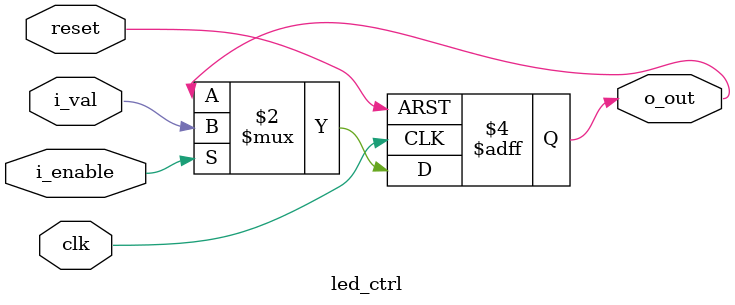
<source format=sv>
module part2 
(
    // Clock pins
    input                     clk,
    input                     reset,
    input                     enter,
    input               [7:0] guess,
    output              [7:0] actual,
	 output					[3:0] dp_tries,
    output                    dp_over,
    output                    dp_under,
    output                    dp_equal
);

	logic over;
	logic under;
	logic equal;
	logic done;
	logic enable;

	// Datapath
	logic dp_inc_actual;
	datapath the_datapath
	(
		.clk(clk),
		.reset(reset),
		.i_guess(guess),
		.i_inc_actual(dp_inc_actual),
		.i_decr_enable(enable),
		.o_over(over),
		.o_under(under),
		.o_equal(equal),
		.o_done(done),
        .actual(actual),
		  .attempts(dp_tries)
	);
	
	// State Machine
	logic ctrl_update_leds;
	control the_control
	(
		.clk(clk),
		.reset(reset),
		.i_enter(enter),
		.o_inc_actual(dp_inc_actual),
		.o_decr_enable(enable),
		.i_over(over),
		.i_under(under),
		.i_equal(equal),
		.i_done(done),
		.o_update_leds(ctrl_update_leds)
	);
	
	// LED controllers
	led_ctrl ledc_under(clk, reset, under, ctrl_update_leds, dp_under);
	led_ctrl ledc_over(clk, reset, over, ctrl_update_leds, dp_over);
	led_ctrl ledc_equal(clk, reset, equal, ctrl_update_leds, dp_equal);
	
endmodule

/*******************************************************/
/********************Control module********************/
/*****************************************************/
module control
(
	input clk,
	input reset,
	
	// Button input
	input i_enter,
	
	// Datapath
	output logic o_inc_actual,
	output logic o_decr_enable,
	input i_over,
	input i_under,
	input i_equal,
	input i_done,
	
	// LED Control
	output logic o_update_leds
);

// Declare two objects, 'state' and 'nextstate'
// that are of enum type.
enum int unsigned
{
	S_GEN_RAND,
	S_CHECK,
	S_WAIT_NOENTER,
	S_WAIT_ENTER,
	S_END
} state, nextstate;

// Clocked always block for making state registers
always_ff @ (posedge clk or posedge reset) begin
	if (reset) state <= S_GEN_RAND;
	else state <= nextstate;
end

// always_comb replaces always @* and gives compile-time errors instead of warnings
// if you accidentally infer a latch
always_comb begin
	nextstate = state;
	o_inc_actual = 1'b0;
	o_update_leds = 1'b0;
	o_decr_enable = 1'b0;
	
	case (state)
		// generating a random number 
		S_GEN_RAND: begin
			o_inc_actual = 1'b1;
			if (i_enter) nextstate = S_WAIT_NOENTER;
		end
		
		// waiting on the user to release the enter button
		S_WAIT_NOENTER: begin
			// stop the count!
			o_inc_actual = 1'b0;
			if (!i_enter) begin
				// decrement the attempts 
				o_decr_enable = 1'b1;
				nextstate = S_CHECK;
			end
		end
		
		//update the LEDs and check if the game is over (guess = actual)
		S_CHECK: begin
			// update the LEDS
			o_update_leds = 1'b1;
			if (i_equal || i_done) nextstate = S_END;
			else nextstate = S_WAIT_ENTER;
		end
		
		//wait for the user to enter another number
		S_WAIT_ENTER: begin
			if (i_enter) nextstate = S_WAIT_NOENTER;
		end
		
		// end state, should return user to generate another random number
		S_END: begin
			nextstate = S_END;
		end
	endcase
end
endmodule

/*******************************************************/
/********************Datapath module*******************/
/*****************************************************/
module datapath
(
	input clk,
	input reset,
	
	// Number entry
	input [7:0] i_guess,
	
	// Increment actual and enable
	input i_inc_actual,
	input i_decr_enable,
	
	// Comparison result
	output o_over,
	output o_under,
	output o_equal,
	output o_done,
	output logic [7:0] actual,
	output logic [3:0] attempts
);

// Update the 'actual' register based on control signals
always_ff @ (posedge clk or posedge reset) begin
	if (reset) actual <= '0;
	else begin
		if (i_inc_actual) actual <= actual + 8'd1;
	end
end

// update the attemmpts register based on the control signals to track the tries left
always_ff @ (posedge clk or posedge reset) begin
	if(reset) attempts <= 4'd7;
	else begin
		if (i_decr_enable) attempts <= attempts - 4'd1;
	end
end

// Generate comparisons and done signal
assign o_over = i_guess > actual;
assign o_equal = i_guess == actual;
assign o_under = i_guess < actual;
assign o_done = attempts == 0;
endmodule

/*******************************************************/
/********************LED control module****************/
/*****************************************************/
module led_ctrl
(
	input clk,
	input reset,
	
	input i_val,
	input i_enable,
	output logic o_out
);

always_ff @ (posedge clk or posedge reset) begin
	if (reset) o_out <= '0;
	else if (i_enable) o_out <= i_val;
end

endmodule

</source>
